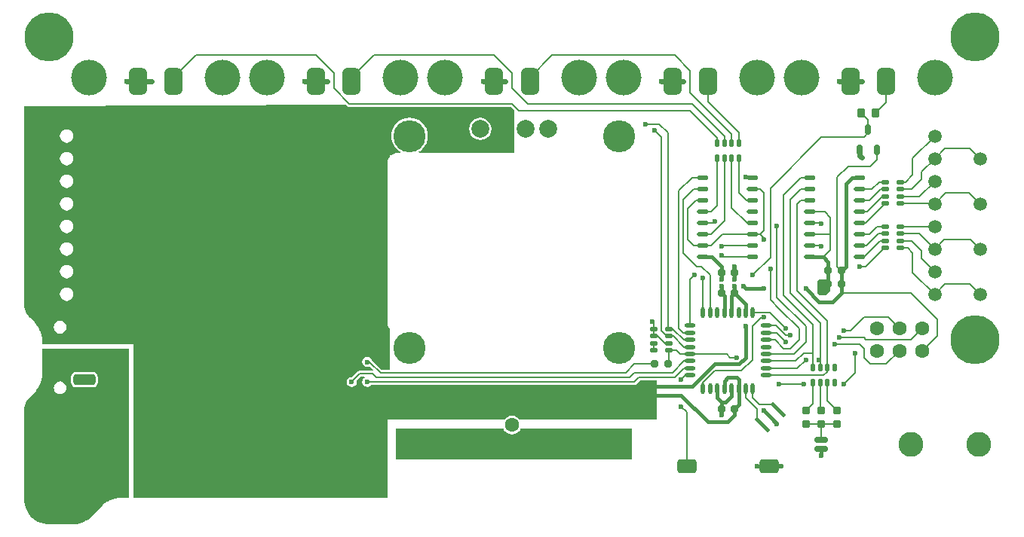
<source format=gtl>
G04*
G04 #@! TF.GenerationSoftware,Altium Limited,Altium Designer,18.0.7 (293)*
G04*
G04 Layer_Physical_Order=1*
G04 Layer_Color=255*
%FSLAX25Y25*%
%MOIN*%
G70*
G01*
G75*
%ADD11C,0.01575*%
%ADD12C,0.00591*%
%ADD15C,0.00787*%
G04:AMPARAMS|DCode=20|XSize=23.62mil|YSize=45.28mil|CornerRadius=5.91mil|HoleSize=0mil|Usage=FLASHONLY|Rotation=180.000|XOffset=0mil|YOffset=0mil|HoleType=Round|Shape=RoundedRectangle|*
%AMROUNDEDRECTD20*
21,1,0.02362,0.03347,0,0,180.0*
21,1,0.01181,0.04528,0,0,180.0*
1,1,0.01181,-0.00591,0.01673*
1,1,0.01181,0.00591,0.01673*
1,1,0.01181,0.00591,-0.01673*
1,1,0.01181,-0.00591,-0.01673*
%
%ADD20ROUNDEDRECTD20*%
G04:AMPARAMS|DCode=21|XSize=118.11mil|YSize=78.74mil|CornerRadius=19.68mil|HoleSize=0mil|Usage=FLASHONLY|Rotation=270.000|XOffset=0mil|YOffset=0mil|HoleType=Round|Shape=RoundedRectangle|*
%AMROUNDEDRECTD21*
21,1,0.11811,0.03937,0,0,270.0*
21,1,0.07874,0.07874,0,0,270.0*
1,1,0.03937,-0.01968,-0.03937*
1,1,0.03937,-0.01968,0.03937*
1,1,0.03937,0.01968,0.03937*
1,1,0.03937,0.01968,-0.03937*
%
%ADD21ROUNDEDRECTD21*%
G04:AMPARAMS|DCode=22|XSize=31.5mil|YSize=31.5mil|CornerRadius=7.87mil|HoleSize=0mil|Usage=FLASHONLY|Rotation=270.000|XOffset=0mil|YOffset=0mil|HoleType=Round|Shape=RoundedRectangle|*
%AMROUNDEDRECTD22*
21,1,0.03150,0.01575,0,0,270.0*
21,1,0.01575,0.03150,0,0,270.0*
1,1,0.01575,-0.00787,-0.00787*
1,1,0.01575,-0.00787,0.00787*
1,1,0.01575,0.00787,0.00787*
1,1,0.01575,0.00787,-0.00787*
%
%ADD22ROUNDEDRECTD22*%
G04:AMPARAMS|DCode=23|XSize=47.24mil|YSize=98.43mil|CornerRadius=11.81mil|HoleSize=0mil|Usage=FLASHONLY|Rotation=270.000|XOffset=0mil|YOffset=0mil|HoleType=Round|Shape=RoundedRectangle|*
%AMROUNDEDRECTD23*
21,1,0.04724,0.07480,0,0,270.0*
21,1,0.02362,0.09843,0,0,270.0*
1,1,0.02362,-0.03740,-0.01181*
1,1,0.02362,-0.03740,0.01181*
1,1,0.02362,0.03740,0.01181*
1,1,0.02362,0.03740,-0.01181*
%
%ADD23ROUNDEDRECTD23*%
G04:AMPARAMS|DCode=24|XSize=86.61mil|YSize=62.99mil|CornerRadius=15.75mil|HoleSize=0mil|Usage=FLASHONLY|Rotation=0.000|XOffset=0mil|YOffset=0mil|HoleType=Round|Shape=RoundedRectangle|*
%AMROUNDEDRECTD24*
21,1,0.08661,0.03150,0,0,0.0*
21,1,0.05512,0.06299,0,0,0.0*
1,1,0.03150,0.02756,-0.01575*
1,1,0.03150,-0.02756,-0.01575*
1,1,0.03150,-0.02756,0.01575*
1,1,0.03150,0.02756,0.01575*
%
%ADD24ROUNDEDRECTD24*%
G04:AMPARAMS|DCode=25|XSize=17.72mil|YSize=35.43mil|CornerRadius=4.43mil|HoleSize=0mil|Usage=FLASHONLY|Rotation=0.000|XOffset=0mil|YOffset=0mil|HoleType=Round|Shape=RoundedRectangle|*
%AMROUNDEDRECTD25*
21,1,0.01772,0.02657,0,0,0.0*
21,1,0.00886,0.03543,0,0,0.0*
1,1,0.00886,0.00443,-0.01329*
1,1,0.00886,-0.00443,-0.01329*
1,1,0.00886,-0.00443,0.01329*
1,1,0.00886,0.00443,0.01329*
%
%ADD25ROUNDEDRECTD25*%
G04:AMPARAMS|DCode=26|XSize=31.5mil|YSize=31.5mil|CornerRadius=4.72mil|HoleSize=0mil|Usage=FLASHONLY|Rotation=0.000|XOffset=0mil|YOffset=0mil|HoleType=Round|Shape=RoundedRectangle|*
%AMROUNDEDRECTD26*
21,1,0.03150,0.02205,0,0,0.0*
21,1,0.02205,0.03150,0,0,0.0*
1,1,0.00945,0.01102,-0.01102*
1,1,0.00945,-0.01102,-0.01102*
1,1,0.00945,-0.01102,0.01102*
1,1,0.00945,0.01102,0.01102*
%
%ADD26ROUNDEDRECTD26*%
G04:AMPARAMS|DCode=27|XSize=17.72mil|YSize=35.43mil|CornerRadius=4.43mil|HoleSize=0mil|Usage=FLASHONLY|Rotation=270.000|XOffset=0mil|YOffset=0mil|HoleType=Round|Shape=RoundedRectangle|*
%AMROUNDEDRECTD27*
21,1,0.01772,0.02657,0,0,270.0*
21,1,0.00886,0.03543,0,0,270.0*
1,1,0.00886,-0.01329,-0.00443*
1,1,0.00886,-0.01329,0.00443*
1,1,0.00886,0.01329,0.00443*
1,1,0.00886,0.01329,-0.00443*
%
%ADD27ROUNDEDRECTD27*%
%ADD28O,0.05118X0.02284*%
%ADD29O,0.01968X0.04724*%
%ADD30O,0.04724X0.01968*%
G04:AMPARAMS|DCode=31|XSize=39.37mil|YSize=35.43mil|CornerRadius=8.86mil|HoleSize=0mil|Usage=FLASHONLY|Rotation=270.000|XOffset=0mil|YOffset=0mil|HoleType=Round|Shape=RoundedRectangle|*
%AMROUNDEDRECTD31*
21,1,0.03937,0.01772,0,0,270.0*
21,1,0.02165,0.03543,0,0,270.0*
1,1,0.01772,-0.00886,-0.01083*
1,1,0.01772,-0.00886,0.01083*
1,1,0.01772,0.00886,0.01083*
1,1,0.01772,0.00886,-0.01083*
%
%ADD31ROUNDEDRECTD31*%
G04:AMPARAMS|DCode=32|XSize=15.75mil|YSize=82.68mil|CornerRadius=0mil|HoleSize=0mil|Usage=FLASHONLY|Rotation=225.000|XOffset=0mil|YOffset=0mil|HoleType=Round|Shape=Rectangle|*
%AMROTATEDRECTD32*
4,1,4,-0.02366,0.03480,0.03480,-0.02366,0.02366,-0.03480,-0.03480,0.02366,-0.02366,0.03480,0.0*
%
%ADD32ROTATEDRECTD32*%

G04:AMPARAMS|DCode=33|XSize=27.56mil|YSize=59.06mil|CornerRadius=6.89mil|HoleSize=0mil|Usage=FLASHONLY|Rotation=270.000|XOffset=0mil|YOffset=0mil|HoleType=Round|Shape=RoundedRectangle|*
%AMROUNDEDRECTD33*
21,1,0.02756,0.04528,0,0,270.0*
21,1,0.01378,0.05906,0,0,270.0*
1,1,0.01378,-0.02264,-0.00689*
1,1,0.01378,-0.02264,0.00689*
1,1,0.01378,0.02264,0.00689*
1,1,0.01378,0.02264,-0.00689*
%
%ADD33ROUNDEDRECTD33*%
%ADD34C,0.06299*%
%ADD35C,0.11024*%
%ADD36C,0.15748*%
%ADD37C,0.07874*%
%ADD38C,0.14173*%
%ADD39C,0.02362*%
%ADD40C,0.21654*%
%ADD41C,0.05906*%
%ADD42C,0.02362*%
G36*
X143763Y186085D02*
X144186Y185803D01*
X144685Y185703D01*
X215995D01*
X217520Y184179D01*
Y165374D01*
X175451Y165374D01*
X175330Y165859D01*
X175766Y166092D01*
X176994Y167100D01*
X178003Y168329D01*
X178752Y169731D01*
X179214Y171253D01*
X179370Y172835D01*
X179214Y174417D01*
X178752Y175938D01*
X178003Y177340D01*
X176994Y178569D01*
X175766Y179578D01*
X174363Y180327D01*
X172842Y180789D01*
X171260Y180945D01*
X169678Y180789D01*
X168156Y180327D01*
X166754Y179578D01*
X165525Y178569D01*
X164517Y177340D01*
X163767Y175938D01*
X163306Y174417D01*
X163150Y172835D01*
X163306Y171253D01*
X163767Y169731D01*
X164517Y168329D01*
X165525Y167100D01*
X166754Y166092D01*
X167190Y165859D01*
X167068Y165374D01*
X166339D01*
X166339Y165374D01*
X165951Y165374D01*
X165854Y165354D01*
X165755D01*
X164994Y165203D01*
X164903Y165165D01*
X164806Y165146D01*
X164090Y164849D01*
X164007Y164794D01*
X163916Y164756D01*
X163338Y164370D01*
X162402D01*
Y163434D01*
X162015Y162856D01*
X161977Y162764D01*
X161923Y162682D01*
X161626Y161966D01*
X161606Y161869D01*
X161569Y161777D01*
X161417Y161017D01*
Y160918D01*
X161398Y160821D01*
X161398Y160433D01*
Y90551D01*
X161398Y90163D01*
X161417Y90066D01*
Y89968D01*
X161569Y89207D01*
X161606Y89116D01*
X161626Y89019D01*
X161923Y88302D01*
X161977Y88220D01*
X162015Y88129D01*
X162402Y87551D01*
Y69218D01*
X159005D01*
X154613Y73610D01*
X154599Y73680D01*
X154120Y74396D01*
X153404Y74874D01*
X152559Y75042D01*
X151714Y74874D01*
X150998Y74396D01*
X150519Y73680D01*
X150351Y72835D01*
X150519Y71990D01*
X150998Y71273D01*
X151714Y70795D01*
X152559Y70627D01*
X153404Y70795D01*
X153604Y70929D01*
X155194Y69339D01*
X154948Y68878D01*
X154848Y68898D01*
X149162D01*
X148663Y68798D01*
X148240Y68515D01*
X145869Y66144D01*
X145669Y66184D01*
X144824Y66016D01*
X144108Y65538D01*
X143630Y64821D01*
X143462Y63976D01*
X143630Y63131D01*
X144108Y62415D01*
X144824Y61937D01*
X145669Y61769D01*
X146514Y61937D01*
X147230Y62415D01*
X147709Y63131D01*
X147877Y63976D01*
X147796Y64382D01*
X149703Y66289D01*
X151222D01*
X151374Y65789D01*
X150998Y65538D01*
X150519Y64821D01*
X150351Y63976D01*
X150519Y63131D01*
X150998Y62415D01*
X151714Y61937D01*
X152559Y61769D01*
X153404Y61937D01*
X154120Y62415D01*
X154292Y62672D01*
X270669D01*
X271168Y62771D01*
X271592Y63054D01*
X273178Y64640D01*
X280512D01*
X280512Y47244D01*
X219934D01*
X219484Y47830D01*
X218620Y48493D01*
X217615Y48909D01*
X216535Y49051D01*
X215456Y48909D01*
X214451Y48493D01*
X213587Y47830D01*
X213137Y47244D01*
X161417D01*
Y12814D01*
X49213D01*
X49213Y80709D01*
X8878Y80709D01*
Y81614D01*
X8875Y81626D01*
X8877Y81639D01*
X8863Y82231D01*
X8854Y82268D01*
X8858Y82305D01*
X8742Y83484D01*
X8728Y83531D01*
Y83581D01*
X8496Y84743D01*
X8477Y84789D01*
X8472Y84838D01*
X8129Y85972D01*
X8105Y86016D01*
X8095Y86065D01*
X7642Y87159D01*
X7615Y87201D01*
X7600Y87248D01*
X7042Y88293D01*
X7010Y88331D01*
X6991Y88377D01*
X6333Y89362D01*
X6298Y89398D01*
X6274Y89442D01*
X5523Y90357D01*
X5494Y90381D01*
X5474Y90412D01*
X5065Y90842D01*
X5055Y90849D01*
X5048Y90859D01*
X3493Y92414D01*
X2901Y93006D01*
X1971Y94398D01*
X1330Y95946D01*
X1003Y97588D01*
Y98425D01*
X1003Y186027D01*
X143307Y186541D01*
X143763Y186085D01*
D02*
G37*
G36*
X356299Y109252D02*
X357283Y108268D01*
X357283Y104331D01*
X355315Y102362D01*
X352362D01*
X351378Y103347D01*
X351378Y108268D01*
X352362Y109252D01*
X356299Y109252D01*
D02*
G37*
G36*
X269685Y29528D02*
X165354D01*
Y43307D01*
X212713D01*
X212925Y42797D01*
X213587Y41934D01*
X214451Y41271D01*
X215456Y40854D01*
X216535Y40712D01*
X217615Y40854D01*
X218620Y41271D01*
X219484Y41934D01*
X220146Y42797D01*
X220358Y43307D01*
X269685D01*
Y29528D01*
D02*
G37*
G36*
X47244Y12814D02*
X44262D01*
X44250Y12812D01*
X44238Y12814D01*
X43658Y12800D01*
X43622Y12792D01*
X43584Y12795D01*
X42431Y12682D01*
X42383Y12667D01*
X42334D01*
X41197Y12441D01*
X41151Y12422D01*
X41101Y12417D01*
X39992Y12081D01*
X39948Y12057D01*
X39899Y12048D01*
X38829Y11604D01*
X38787Y11576D01*
X38739Y11562D01*
X37717Y11016D01*
X37679Y10984D01*
X37633Y10965D01*
X36669Y10321D01*
X36634Y10286D01*
X36590Y10262D01*
X35694Y9527D01*
X35670Y9498D01*
X35639Y9478D01*
X35219Y9078D01*
X35212Y9068D01*
X35201Y9061D01*
X30309Y4169D01*
X30309Y4169D01*
X29934Y3793D01*
X29113Y3120D01*
X28230Y2530D01*
X27293Y2029D01*
X26312Y1623D01*
X25296Y1315D01*
X24254Y1108D01*
X23198Y1003D01*
X11103D01*
X9698Y1188D01*
X8330Y1555D01*
X7021Y2097D01*
X5794Y2806D01*
X4670Y3668D01*
X3668Y4670D01*
X2806Y5794D01*
X2097Y7021D01*
X1555Y8330D01*
X1188Y9698D01*
X1003Y11103D01*
Y11811D01*
X1003Y51181D01*
Y52018D01*
X1330Y53661D01*
X1971Y55208D01*
X2901Y56600D01*
X3493Y57192D01*
X4647Y58346D01*
X5048Y58747D01*
X5055Y58757D01*
X5065Y58765D01*
X5474Y59194D01*
X5494Y59225D01*
X5523Y59249D01*
X6274Y60165D01*
X6298Y60209D01*
X6333Y60244D01*
X6991Y61229D01*
X7010Y61275D01*
X7042Y61313D01*
X7600Y62358D01*
X7615Y62406D01*
X7642Y62447D01*
X8095Y63542D01*
X8105Y63590D01*
X8129Y63634D01*
X8472Y64768D01*
X8477Y64817D01*
X8496Y64863D01*
X8728Y66025D01*
Y66075D01*
X8742Y66123D01*
X8858Y67301D01*
X8854Y67339D01*
X8863Y67375D01*
X8877Y67967D01*
X8875Y67980D01*
X8878Y67992D01*
Y78740D01*
X47244D01*
Y12814D01*
D02*
G37*
%LPC*%
G36*
X202520Y180948D02*
X201235Y180779D01*
X200038Y180283D01*
X199010Y179494D01*
X198221Y178466D01*
X197725Y177269D01*
X197556Y175984D01*
X197725Y174699D01*
X198221Y173502D01*
X199010Y172474D01*
X200038Y171686D01*
X201235Y171190D01*
X202520Y171020D01*
X203804Y171190D01*
X205002Y171686D01*
X206030Y172474D01*
X206818Y173502D01*
X207314Y174699D01*
X207483Y175984D01*
X207314Y177269D01*
X206818Y178466D01*
X206030Y179494D01*
X205002Y180283D01*
X203804Y180779D01*
X202520Y180948D01*
D02*
G37*
G36*
X19685Y175813D02*
X18904Y175710D01*
X18176Y175409D01*
X17551Y174929D01*
X17071Y174304D01*
X16770Y173576D01*
X16667Y172795D01*
X16770Y172014D01*
X17071Y171286D01*
X17551Y170661D01*
X18176Y170182D01*
X18904Y169880D01*
X19685Y169777D01*
X20466Y169880D01*
X21194Y170182D01*
X21819Y170661D01*
X22299Y171286D01*
X22600Y172014D01*
X22703Y172795D01*
X22600Y173576D01*
X22299Y174304D01*
X21819Y174929D01*
X21194Y175409D01*
X20466Y175710D01*
X19685Y175813D01*
D02*
G37*
G36*
Y165813D02*
X18904Y165710D01*
X18176Y165409D01*
X17551Y164929D01*
X17071Y164304D01*
X16770Y163576D01*
X16667Y162795D01*
X16770Y162014D01*
X17071Y161286D01*
X17551Y160661D01*
X18176Y160182D01*
X18904Y159880D01*
X19685Y159777D01*
X20466Y159880D01*
X21194Y160182D01*
X21819Y160661D01*
X22299Y161286D01*
X22600Y162014D01*
X22703Y162795D01*
X22600Y163576D01*
X22299Y164304D01*
X21819Y164929D01*
X21194Y165409D01*
X20466Y165710D01*
X19685Y165813D01*
D02*
G37*
G36*
Y155813D02*
X18904Y155710D01*
X18176Y155409D01*
X17551Y154929D01*
X17071Y154304D01*
X16770Y153576D01*
X16667Y152795D01*
X16770Y152014D01*
X17071Y151286D01*
X17551Y150661D01*
X18176Y150182D01*
X18904Y149880D01*
X19685Y149777D01*
X20466Y149880D01*
X21194Y150182D01*
X21819Y150661D01*
X22299Y151286D01*
X22600Y152014D01*
X22703Y152795D01*
X22600Y153576D01*
X22299Y154304D01*
X21819Y154929D01*
X21194Y155409D01*
X20466Y155710D01*
X19685Y155813D01*
D02*
G37*
G36*
Y145813D02*
X18904Y145710D01*
X18176Y145409D01*
X17551Y144929D01*
X17071Y144304D01*
X16770Y143576D01*
X16667Y142795D01*
X16770Y142014D01*
X17071Y141286D01*
X17551Y140661D01*
X18176Y140182D01*
X18904Y139880D01*
X19685Y139777D01*
X20466Y139880D01*
X21194Y140182D01*
X21819Y140661D01*
X22299Y141286D01*
X22600Y142014D01*
X22703Y142795D01*
X22600Y143576D01*
X22299Y144304D01*
X21819Y144929D01*
X21194Y145409D01*
X20466Y145710D01*
X19685Y145813D01*
D02*
G37*
G36*
Y135813D02*
X18904Y135710D01*
X18176Y135409D01*
X17551Y134929D01*
X17071Y134304D01*
X16770Y133576D01*
X16667Y132795D01*
X16770Y132014D01*
X17071Y131286D01*
X17551Y130661D01*
X18176Y130182D01*
X18904Y129880D01*
X19685Y129777D01*
X20466Y129880D01*
X21194Y130182D01*
X21819Y130661D01*
X22299Y131286D01*
X22600Y132014D01*
X22703Y132795D01*
X22600Y133576D01*
X22299Y134304D01*
X21819Y134929D01*
X21194Y135409D01*
X20466Y135710D01*
X19685Y135813D01*
D02*
G37*
G36*
Y125813D02*
X18904Y125710D01*
X18176Y125409D01*
X17551Y124929D01*
X17071Y124304D01*
X16770Y123576D01*
X16667Y122795D01*
X16770Y122014D01*
X17071Y121286D01*
X17551Y120661D01*
X18176Y120182D01*
X18904Y119880D01*
X19685Y119777D01*
X20466Y119880D01*
X21194Y120182D01*
X21819Y120661D01*
X22299Y121286D01*
X22600Y122014D01*
X22703Y122795D01*
X22600Y123576D01*
X22299Y124304D01*
X21819Y124929D01*
X21194Y125409D01*
X20466Y125710D01*
X19685Y125813D01*
D02*
G37*
G36*
Y115813D02*
X18904Y115710D01*
X18176Y115409D01*
X17551Y114929D01*
X17071Y114304D01*
X16770Y113576D01*
X16667Y112795D01*
X16770Y112014D01*
X17071Y111286D01*
X17551Y110661D01*
X18176Y110182D01*
X18904Y109880D01*
X19685Y109777D01*
X20466Y109880D01*
X21194Y110182D01*
X21819Y110661D01*
X22299Y111286D01*
X22600Y112014D01*
X22703Y112795D01*
X22600Y113576D01*
X22299Y114304D01*
X21819Y114929D01*
X21194Y115409D01*
X20466Y115710D01*
X19685Y115813D01*
D02*
G37*
G36*
Y105813D02*
X18904Y105710D01*
X18176Y105409D01*
X17551Y104929D01*
X17071Y104304D01*
X16770Y103576D01*
X16667Y102795D01*
X16770Y102014D01*
X17071Y101286D01*
X17551Y100661D01*
X18176Y100182D01*
X18904Y99880D01*
X19685Y99777D01*
X20466Y99880D01*
X21194Y100182D01*
X21819Y100661D01*
X22299Y101286D01*
X22600Y102014D01*
X22703Y102795D01*
X22600Y103576D01*
X22299Y104304D01*
X21819Y104929D01*
X21194Y105409D01*
X20466Y105710D01*
X19685Y105813D01*
D02*
G37*
G36*
X16732Y90969D02*
X16013Y90874D01*
X15342Y90596D01*
X14767Y90154D01*
X14325Y89579D01*
X14047Y88908D01*
X13953Y88189D01*
X14047Y87470D01*
X14325Y86799D01*
X14767Y86224D01*
X15342Y85782D01*
X16013Y85504D01*
X16732Y85409D01*
X17452Y85504D01*
X18122Y85782D01*
X18698Y86224D01*
X19139Y86799D01*
X19417Y87470D01*
X19512Y88189D01*
X19417Y88908D01*
X19139Y89579D01*
X18698Y90154D01*
X18122Y90596D01*
X17452Y90874D01*
X16732Y90969D01*
D02*
G37*
G36*
X31299Y68349D02*
X23819D01*
X22974Y68181D01*
X22258Y67703D01*
X21779Y66987D01*
X21611Y66142D01*
Y63779D01*
X21779Y62935D01*
X22258Y62218D01*
X22974Y61740D01*
X23819Y61572D01*
X31299D01*
X32144Y61740D01*
X32860Y62218D01*
X33339Y62935D01*
X33507Y63779D01*
Y66142D01*
X33339Y66987D01*
X32860Y67703D01*
X32144Y68181D01*
X31299Y68349D01*
D02*
G37*
G36*
X16732Y64197D02*
X16013Y64102D01*
X15342Y63825D01*
X14767Y63383D01*
X14325Y62807D01*
X14047Y62137D01*
X13953Y61417D01*
X14047Y60698D01*
X14325Y60027D01*
X14767Y59452D01*
X15342Y59010D01*
X16013Y58732D01*
X16732Y58638D01*
X17452Y58732D01*
X18122Y59010D01*
X18698Y59452D01*
X19139Y60027D01*
X19417Y60698D01*
X19512Y61417D01*
X19417Y62137D01*
X19139Y62807D01*
X18698Y63383D01*
X18122Y63825D01*
X17452Y64102D01*
X16732Y64197D01*
D02*
G37*
%LPD*%
D11*
X356299Y107283D02*
X356299Y107283D01*
Y113189D01*
X319882Y105315D02*
X327756D01*
X324803Y26575D02*
X330118D01*
X335630D01*
X335630Y26575D01*
X362205Y103347D02*
Y113189D01*
X364173Y151575D02*
X366909Y154311D01*
X364173Y115157D02*
Y151575D01*
X362205Y113189D02*
X364173Y115157D01*
X366909Y154311D02*
X370276D01*
X291339Y58071D02*
X303150Y46260D01*
X271654Y58071D02*
X291339D01*
X330709Y48228D02*
X333661Y45276D01*
X327756Y51181D02*
X330709Y48228D01*
X353346Y31496D02*
Y34449D01*
X309055Y49213D02*
Y52165D01*
X324803Y26575D02*
Y26575D01*
X356299Y113189D02*
X356299D01*
Y117126D01*
X354114Y119311D02*
X356299Y117126D01*
X348228Y119311D02*
X354114D01*
X309055Y55118D02*
X311024D01*
X313583Y57677D01*
Y61171D01*
X309055Y52165D02*
Y55118D01*
X307283Y56890D02*
X309055Y55118D01*
X307283Y56890D02*
Y61171D01*
X309055Y103346D02*
X310433Y101968D01*
Y94636D02*
Y101968D01*
X309055Y106299D02*
X309055Y106299D01*
Y103346D02*
Y106299D01*
X309055Y109252D02*
Y112205D01*
Y115157D01*
X304902Y119311D02*
X309055Y115157D01*
X300984Y119311D02*
X304902D01*
X275590Y62008D02*
X296260D01*
X271654D02*
X275590D01*
X296260D02*
X306102Y71850D01*
X316929D02*
X319882Y74803D01*
X306102Y71850D02*
X316929D01*
X319882Y74803D02*
Y88583D01*
X303150Y46260D02*
X312008D01*
X314961Y49213D01*
X346457Y105315D02*
X352362Y99410D01*
X358268D01*
X362205Y103347D01*
X314961Y49213D02*
Y52165D01*
X318898Y106299D02*
X319882Y105315D01*
X319882Y94636D02*
Y98425D01*
X314961Y103346D02*
X319882Y98425D01*
X314961Y109252D02*
X314961Y109252D01*
Y112205D01*
X314961Y106299D02*
X314961Y106299D01*
Y103346D02*
Y106299D01*
X314961Y52165D02*
X316732Y53937D01*
Y61171D01*
Y65157D01*
X315945Y65945D02*
X316732Y65157D01*
X312008Y65945D02*
X315945D01*
X310433Y64370D02*
X312008Y65945D01*
X310433Y61171D02*
Y64370D01*
X313583Y101969D02*
X314961Y103346D01*
X313583Y94636D02*
Y101969D01*
X314961Y112205D02*
X314961Y112205D01*
X314961Y112205D02*
Y115157D01*
X319882Y154528D02*
X322815D01*
X323031Y154311D01*
D12*
X129921Y208661D02*
X137795Y200787D01*
X76772Y208661D02*
X129921D01*
X66929Y198819D02*
X76772Y208661D01*
X208661D02*
X216535Y200787D01*
X155512Y208661D02*
X208661D01*
X145669Y198819D02*
X155512Y208661D01*
X295276Y191929D02*
Y201772D01*
X288386Y208661D02*
X295276Y201772D01*
X234252Y208661D02*
X288386D01*
X224410Y198819D02*
X234252Y208661D01*
X303150Y196850D02*
Y196850D01*
Y187992D02*
Y192913D01*
Y187992D02*
X316732Y174409D01*
X137795Y193898D02*
Y200787D01*
X330561Y94636D02*
X337598Y87598D01*
X337598D01*
X336614Y78740D02*
X339567D01*
X332726Y82628D02*
X336614Y78740D01*
X339567D02*
X343504Y82677D01*
Y87598D01*
X328740Y82628D02*
X332726D01*
X323031Y94636D02*
X330561D01*
X337598Y84646D02*
X339567D01*
X333317Y88927D02*
X337598Y84646D01*
X328740Y88927D02*
X333317D01*
X333514Y85777D02*
X337598Y81693D01*
X334646Y96457D02*
X343504Y87598D01*
X334646Y96457D02*
X334646D01*
X330709Y100394D02*
X334646Y96457D01*
X330709Y100394D02*
Y114173D01*
X327756Y126969D02*
Y127717D01*
X326161Y129311D02*
X327756Y127717D01*
X374016Y174213D02*
Y175689D01*
X372047Y172244D02*
X374016Y174213D01*
X353346Y172244D02*
X372047D01*
X330709Y149606D02*
X353346Y172244D01*
X330709Y119095D02*
Y149606D01*
X374016Y175689D02*
Y179921D01*
X370866Y183071D02*
X374016Y179921D01*
X357283Y129646D02*
Y136811D01*
Y122480D02*
Y129646D01*
X356949Y129311D02*
X357283Y129646D01*
X348228Y129311D02*
X356949D01*
X354114Y119311D02*
X357283Y122480D01*
X354784Y139311D02*
X357283Y136811D01*
X348228Y139311D02*
X354784D01*
X295276Y191929D02*
X313583Y173622D01*
X224410Y196850D02*
Y198819D01*
X145669Y196850D02*
Y198819D01*
X66929Y196850D02*
Y198819D01*
X345472Y76772D02*
X349606D01*
X341880Y73179D02*
X345472Y76772D01*
X328740Y73179D02*
X341880D01*
X333661Y101378D02*
X346457Y88583D01*
Y81693D02*
Y88583D01*
X341092Y76329D02*
X346457Y81693D01*
X328740Y76329D02*
X341092D01*
X333661Y101378D02*
Y132874D01*
X352756Y70276D02*
Y90158D01*
X349606Y76772D02*
Y89370D01*
X336614Y102362D02*
X349606Y89370D01*
X336614Y102362D02*
Y146653D01*
X339567Y103347D02*
X352756Y90158D01*
X339567Y103347D02*
Y144685D01*
X355906Y70276D02*
Y90945D01*
X342520Y104331D02*
X355906Y90945D01*
X342520Y104331D02*
Y142717D01*
X359252Y80709D02*
X370079D01*
X361221Y83661D02*
X372047D01*
X363189Y86614D02*
X366142D01*
X328740Y85777D02*
X333514D01*
X387717Y87677D02*
X387795D01*
X382874Y92520D02*
X387717Y87677D01*
X372047Y92520D02*
X382874D01*
X366142Y86614D02*
X372047Y92520D01*
X392795Y82677D02*
X397795Y87677D01*
X373031Y82677D02*
X392795D01*
X372047Y83661D02*
X373031Y82677D01*
X381968Y71850D02*
X387795Y77677D01*
X375000Y71850D02*
X381968D01*
X372047Y74803D02*
X375000Y71850D01*
X372047Y74803D02*
Y78740D01*
X370079Y80709D02*
X372047Y78740D01*
X368110Y67913D02*
Y76772D01*
X363189Y62992D02*
X368110Y67913D01*
X152559Y63976D02*
X270669D01*
X156496Y65945D02*
X268701D01*
X154848Y67593D02*
X156496Y65945D01*
X149162Y67593D02*
X154848D01*
X145669Y64100D02*
X149162Y67593D01*
X266732Y67913D02*
X270669Y71850D01*
X158465Y67913D02*
X266732D01*
X153543Y72835D02*
X158465Y67913D01*
X268701Y65945D02*
X270669Y67913D01*
X152559Y72835D02*
X153543D01*
X270669Y63976D02*
X272638Y65945D01*
X145669Y63976D02*
Y64100D01*
X292667Y73179D02*
X295276D01*
X287402Y67913D02*
X292667Y73179D01*
X270669Y67913D02*
X287402D01*
X288386Y65945D02*
X292470Y70029D01*
X272638Y65945D02*
X288386D01*
X292470Y70029D02*
X295276D01*
X270669Y71850D02*
X279528D01*
X295276Y184055D02*
X307283Y172047D01*
X219488Y184055D02*
X295276D01*
X216535Y187008D02*
X219488Y184055D01*
X279528Y175197D02*
X282480Y172244D01*
Y86614D02*
Y172244D01*
X281496Y178150D02*
X285433Y174213D01*
Y87795D02*
Y174213D01*
X290354Y148622D02*
X296043Y154311D01*
X290354Y87598D02*
Y148622D01*
X292323Y144685D02*
X296949Y149311D01*
X292323Y121063D02*
Y144685D01*
Y121063D02*
X298228Y115157D01*
X296043Y154311D02*
X300984D01*
X298228Y115157D02*
X300197D01*
X296949Y149311D02*
X300984D01*
X331485Y54134D02*
X334049Y51569D01*
X325787Y54134D02*
X331485D01*
X323031Y56890D02*
X325787Y54134D01*
X323031Y56890D02*
Y61171D01*
X324803Y47453D02*
X327368Y44888D01*
X324803Y47453D02*
Y52165D01*
X319882Y57087D02*
X324803Y52165D01*
X319882Y57087D02*
Y61171D01*
X322835Y73819D02*
Y88583D01*
X317913Y68898D02*
X322835Y73819D01*
X306102Y68898D02*
X317913D01*
X322835Y88583D02*
X326772Y92520D01*
X311467Y76329D02*
X312992Y74803D01*
X295276Y76329D02*
X311467D01*
X312992Y74803D02*
X315945D01*
X300984Y63780D02*
X306102Y68898D01*
X326772Y92520D02*
X327756D01*
X300984Y61171D02*
Y63780D01*
X322835Y111221D02*
X330709Y119095D01*
X326083Y149311D02*
X327756Y147638D01*
Y130905D02*
Y147638D01*
X326161Y129311D02*
X327756Y130905D01*
X144685Y187008D02*
X216535D01*
X137795Y193898D02*
X144685Y187008D01*
X216535Y193898D02*
Y200787D01*
Y193898D02*
X223425Y187008D01*
X296260Y187008D01*
X316732Y169685D02*
Y174409D01*
X284842Y84252D02*
X285827D01*
X282480Y86614D02*
X284842Y84252D01*
X354281Y66880D02*
X355906Y68504D01*
X328740Y66880D02*
X354281D01*
X334646Y62992D02*
X345472D01*
X285433Y71850D02*
X285827Y72244D01*
Y77953D01*
X289173D01*
X290797Y76329D01*
X295276D01*
X349606Y70276D02*
Y76772D01*
X342667Y70029D02*
X346457Y73819D01*
X328740Y70029D02*
X342667D01*
X355906Y68504D02*
Y70276D01*
X370079Y115157D02*
X373031D01*
Y115157D01*
X381102Y123228D01*
X381496D01*
X370276Y119311D02*
X372264D01*
X379330Y126377D01*
X381496D01*
X370276Y124311D02*
X373327D01*
X378543Y129527D01*
X381496D01*
X370276Y129311D02*
X374390D01*
X377755Y132676D01*
X381496D01*
X370276Y134311D02*
X372894D01*
X381496Y142913D01*
X370276Y139311D02*
X373563D01*
X380314Y146062D01*
X381496D01*
X370276Y144311D02*
X374626D01*
X379527Y149212D01*
X381496D01*
X370276Y149311D02*
X375689D01*
X378740Y152362D01*
X381496D01*
X393701Y112480D02*
X403386Y102795D01*
X393701Y112480D02*
Y121063D01*
X391536Y123228D02*
X393701Y121063D01*
X388189Y123228D02*
X391536D01*
X397638Y118543D02*
X403386Y112795D01*
X397638Y118543D02*
Y122047D01*
X393308Y126377D02*
X397638Y122047D01*
X388189Y126377D02*
X393308D01*
X396654Y129527D02*
X403386Y122795D01*
X388189Y129527D02*
X396654D01*
X397638Y157047D02*
X403386Y162795D01*
X397638Y153543D02*
Y157047D01*
X393306Y149212D02*
X397638Y153543D01*
X393701Y155512D02*
Y163110D01*
X390551Y152362D02*
X393701Y155512D01*
X388189Y152362D02*
X390551D01*
X393701Y163110D02*
X403386Y172795D01*
X388189Y149212D02*
X393306D01*
X396653Y146062D02*
X403386Y152795D01*
X388189Y146062D02*
X396653D01*
X403267Y132676D02*
X403386Y132795D01*
X388189Y132676D02*
X403267D01*
X403268Y142913D02*
X403386Y142795D01*
X388189Y142913D02*
X403268D01*
X403386Y162795D02*
X407913Y167323D01*
X418858D01*
X423386Y162795D01*
X403386Y142795D02*
X408228Y147638D01*
X418543D01*
X423386Y142795D01*
X403386Y122795D02*
X407559Y126969D01*
X419213D01*
X423386Y122795D01*
X403386Y102795D02*
X407874Y107283D01*
X418898D01*
X423386Y102795D01*
X275590Y178150D02*
X281496D01*
X353051Y124311D02*
X353346Y124016D01*
X348228Y124311D02*
X353051D01*
X336614Y146653D02*
X344272Y154311D01*
X348228D01*
X339567Y144685D02*
X344193Y149311D01*
X348228D01*
X342520Y142717D02*
X344114Y144311D01*
X348228D01*
X307283Y169685D02*
Y172047D01*
X296260Y187008D02*
X310433Y172835D01*
Y169685D02*
Y172835D01*
X313583Y169685D02*
Y173622D01*
X285433Y87795D02*
X285827Y87402D01*
Y84252D02*
X287795D01*
X292569Y79478D01*
X295276D01*
X285827Y87402D02*
X287598D01*
X292372Y82628D01*
X295276D01*
X323031Y129311D02*
X326161D01*
X323031Y149311D02*
X326083D01*
X309429Y129311D02*
X323031D01*
X304429Y124311D02*
X309429Y129311D01*
X300984Y124311D02*
X304429D01*
X292175Y85777D02*
X295276D01*
X290354Y87598D02*
X292175Y85777D01*
X304134Y94636D02*
Y111220D01*
X300197Y115157D02*
X304134Y111220D01*
X296949Y124311D02*
X300984D01*
X294291Y126969D02*
X296949Y124311D01*
X294291Y126969D02*
Y140748D01*
X297854Y144311D01*
X300984D01*
D15*
X305571Y134311D02*
X306102Y134843D01*
X300984Y134311D02*
X305571D01*
X293898Y26575D02*
Y50591D01*
X291339Y53150D02*
X293898Y50591D01*
X360236Y115157D02*
X362205Y113189D01*
X360236Y115157D02*
Y154528D01*
X365158Y159449D01*
X375000D01*
X377756Y162205D01*
Y166831D01*
X377165Y183071D02*
X381890Y187795D01*
Y196850D01*
X291339Y64961D02*
X293258Y66880D01*
X295276D01*
X404528Y84409D02*
Y91535D01*
X392717Y103347D02*
X404528Y91535D01*
X362205Y103347D02*
X392717D01*
X397795Y77677D02*
X404528Y84409D01*
X353346Y38386D02*
Y45276D01*
X278543Y90551D02*
X279134Y89961D01*
Y87402D02*
Y89961D01*
X353346Y45276D02*
X360236D01*
X346457D02*
X353346D01*
X355906Y55512D02*
X360236Y51181D01*
X355906Y55512D02*
Y63583D01*
X346457Y51181D02*
X349606Y54331D01*
Y63583D01*
X352756Y51772D02*
X353346Y51181D01*
X352756Y51772D02*
Y63583D01*
X279134Y77953D02*
Y81102D01*
Y84252D02*
Y87402D01*
Y84252D02*
X280906D01*
X284055Y81102D01*
X285827D01*
X352894Y134311D02*
X353346Y133858D01*
X348228Y134311D02*
X352894D01*
X295276Y88927D02*
Y109252D01*
X297244Y111221D01*
X300984Y94636D02*
Y110039D01*
X309055Y120079D02*
X309823Y119311D01*
X323031D01*
X309055Y124016D02*
X309350Y124311D01*
X323031D01*
X320256Y144311D02*
X323031D01*
X316732Y147835D02*
X320256Y144311D01*
X316732Y147835D02*
Y162992D01*
X320413Y134311D02*
X323031D01*
X313583Y141142D02*
X320413Y134311D01*
X313583Y141142D02*
Y162992D01*
X310433Y135236D02*
Y162992D01*
X304508Y129311D02*
X310433Y135236D01*
X300984Y129311D02*
X304508D01*
X300984Y139311D02*
X304665D01*
X307283Y141929D01*
Y162992D01*
D20*
X370276Y166831D02*
D03*
X377756D02*
D03*
X374016Y175689D02*
D03*
D21*
X366142Y196850D02*
D03*
X381890D02*
D03*
X287402D02*
D03*
X303150D02*
D03*
X208661D02*
D03*
X224410D02*
D03*
X129921D02*
D03*
X145669D02*
D03*
X51181D02*
D03*
X66929D02*
D03*
D22*
X356299Y107283D02*
D03*
X362205D02*
D03*
X356299Y113189D02*
D03*
X362205D02*
D03*
X285433Y71850D02*
D03*
X279528D02*
D03*
X309055Y52165D02*
D03*
X314961D02*
D03*
X309055Y112205D02*
D03*
X314961D02*
D03*
X309055Y103346D02*
D03*
X314961D02*
D03*
D23*
X27559Y64961D02*
D03*
Y84646D02*
D03*
Y74803D02*
D03*
D24*
X330118Y26575D02*
D03*
X293898D02*
D03*
D25*
X349606Y70276D02*
D03*
X352756D02*
D03*
X355906D02*
D03*
X359055D02*
D03*
Y63583D02*
D03*
X355906D02*
D03*
X352756D02*
D03*
X349606D02*
D03*
X307283Y162992D02*
D03*
X310433D02*
D03*
X313583D02*
D03*
X316732D02*
D03*
Y169685D02*
D03*
X313583D02*
D03*
X310433D02*
D03*
X307283D02*
D03*
D26*
X360236Y45276D02*
D03*
Y51181D02*
D03*
X353346Y45276D02*
D03*
Y51181D02*
D03*
X346457Y45276D02*
D03*
Y51181D02*
D03*
D27*
X388189Y152362D02*
D03*
Y149212D02*
D03*
Y146062D02*
D03*
Y142913D02*
D03*
X381496D02*
D03*
Y146062D02*
D03*
Y149212D02*
D03*
Y152362D02*
D03*
X388189Y132676D02*
D03*
Y129527D02*
D03*
Y126377D02*
D03*
Y123228D02*
D03*
X381496D02*
D03*
Y126377D02*
D03*
Y129527D02*
D03*
Y132676D02*
D03*
X285827Y77953D02*
D03*
Y81102D02*
D03*
Y84252D02*
D03*
Y87402D02*
D03*
X279134D02*
D03*
Y84252D02*
D03*
Y81102D02*
D03*
Y77953D02*
D03*
D28*
X370276Y154311D02*
D03*
Y149311D02*
D03*
Y144311D02*
D03*
Y139311D02*
D03*
Y119311D02*
D03*
Y124311D02*
D03*
Y129311D02*
D03*
Y134311D02*
D03*
X348228D02*
D03*
Y129311D02*
D03*
Y124311D02*
D03*
Y119311D02*
D03*
Y139311D02*
D03*
Y144311D02*
D03*
Y149311D02*
D03*
Y154311D02*
D03*
X300984Y154311D02*
D03*
Y149311D02*
D03*
Y144311D02*
D03*
Y139311D02*
D03*
Y119311D02*
D03*
Y124311D02*
D03*
Y129311D02*
D03*
Y134311D02*
D03*
X323031D02*
D03*
Y129311D02*
D03*
Y124311D02*
D03*
Y119311D02*
D03*
Y139311D02*
D03*
Y144311D02*
D03*
Y149311D02*
D03*
Y154311D02*
D03*
D29*
X300984Y61171D02*
D03*
X304134D02*
D03*
X307283D02*
D03*
X310433D02*
D03*
X313583D02*
D03*
X316732D02*
D03*
X319882D02*
D03*
X323031D02*
D03*
Y94636D02*
D03*
X319882D02*
D03*
X316732D02*
D03*
X313583D02*
D03*
X310433D02*
D03*
X307283D02*
D03*
X304134D02*
D03*
X300984D02*
D03*
D30*
X328740Y66880D02*
D03*
Y70029D02*
D03*
Y73179D02*
D03*
Y76329D02*
D03*
Y79478D02*
D03*
Y82628D02*
D03*
Y85777D02*
D03*
Y88927D02*
D03*
X295276D02*
D03*
Y85777D02*
D03*
Y82628D02*
D03*
Y79478D02*
D03*
Y76329D02*
D03*
Y73179D02*
D03*
Y70029D02*
D03*
Y66880D02*
D03*
D31*
X377165Y183071D02*
D03*
X370866D02*
D03*
D32*
X327368Y44888D02*
D03*
X330709Y48228D02*
D03*
X334049Y51569D02*
D03*
D33*
X353346Y38386D02*
D03*
Y34449D02*
D03*
D34*
X216535Y54882D02*
D03*
Y44882D02*
D03*
X397795Y87677D02*
D03*
Y77677D02*
D03*
X387795D02*
D03*
Y87677D02*
D03*
X377795D02*
D03*
Y77677D02*
D03*
D35*
X422776Y36417D02*
D03*
X392776D02*
D03*
X230768D02*
D03*
X260768D02*
D03*
X202303D02*
D03*
X172303D02*
D03*
X10295D02*
D03*
X40295D02*
D03*
D36*
X344488Y198819D02*
D03*
X403543D02*
D03*
X265748D02*
D03*
X324803D02*
D03*
X187008D02*
D03*
X246063D02*
D03*
X108268D02*
D03*
X167323D02*
D03*
X29528D02*
D03*
X88583D02*
D03*
D37*
X232520Y175984D02*
D03*
X222520D02*
D03*
X202520D02*
D03*
X212520D02*
D03*
D38*
X171260Y172835D02*
D03*
X263779D02*
D03*
Y79134D02*
D03*
X171260D02*
D03*
D39*
X370276Y164173D02*
X371063Y163386D01*
X370276Y164173D02*
Y166831D01*
X361221Y196850D02*
X361221Y196850D01*
X366142D01*
X282480Y196850D02*
X282480Y196850D01*
X287402D01*
X203740Y196850D02*
X203740Y196850D01*
X208661D01*
X125000Y196850D02*
X125000Y196850D01*
X129921D01*
X46260Y196850D02*
X46260Y196850D01*
X51181D01*
X371063D02*
X371063Y196850D01*
X366142Y196850D02*
X371063D01*
X287402Y196850D02*
X292323D01*
X287402Y196850D02*
X287402Y196850D01*
X208661Y196850D02*
X208661Y196850D01*
X213583D01*
X134843Y196850D02*
X134843Y196850D01*
X129921Y196850D02*
X134843D01*
X57087D02*
X57087Y196850D01*
X51181Y196850D02*
X57087D01*
D40*
X421260Y82677D02*
D03*
Y216535D02*
D03*
X11811D02*
D03*
D41*
X9685Y102795D02*
D03*
Y122795D02*
D03*
Y142795D02*
D03*
Y162795D02*
D03*
X29685Y102795D02*
D03*
X9685Y112795D02*
D03*
X29685Y122795D02*
D03*
X9685Y132795D02*
D03*
X29685Y142795D02*
D03*
X9685Y152795D02*
D03*
X29685Y162795D02*
D03*
X9685Y172795D02*
D03*
X403386Y102795D02*
D03*
Y122795D02*
D03*
Y142795D02*
D03*
Y162795D02*
D03*
X423386Y102795D02*
D03*
X403386Y112795D02*
D03*
X423386Y122795D02*
D03*
X403386Y132795D02*
D03*
X423386Y142795D02*
D03*
X403386Y152795D02*
D03*
X423386Y162795D02*
D03*
X403386Y172795D02*
D03*
D42*
X353346Y104331D02*
D03*
Y107283D02*
D03*
X337598Y87598D02*
D03*
Y81693D02*
D03*
X339567Y84646D02*
D03*
X327756Y105315D02*
D03*
X330709Y114173D02*
D03*
X327756Y126969D02*
D03*
X306102Y134843D02*
D03*
X335630Y26575D02*
D03*
X371063Y163386D02*
D03*
X291339Y53150D02*
D03*
Y64961D02*
D03*
X361221Y196850D02*
D03*
X282480D02*
D03*
X203740D02*
D03*
X125000D02*
D03*
X46260D02*
D03*
X371063D02*
D03*
X292323D02*
D03*
X213583D02*
D03*
X134843D02*
D03*
X57087D02*
D03*
X333661Y45276D02*
D03*
X327756Y51181D02*
D03*
X353346Y31496D02*
D03*
X309055Y49213D02*
D03*
X324803Y26575D02*
D03*
X309055Y106299D02*
D03*
Y109252D02*
D03*
X359252Y80709D02*
D03*
X361221Y83661D02*
D03*
X363189Y86614D02*
D03*
X368110Y76772D02*
D03*
X275590Y62008D02*
D03*
X278543Y90551D02*
D03*
X152559Y63976D02*
D03*
Y72835D02*
D03*
X145669Y63976D02*
D03*
X315945Y74803D02*
D03*
X327756Y92520D02*
D03*
X322835Y111221D02*
D03*
X319882Y88583D02*
D03*
X318898Y106299D02*
D03*
X346457Y105315D02*
D03*
X363189Y62992D02*
D03*
X345472D02*
D03*
X334646D02*
D03*
X352362Y73819D02*
D03*
X346457D02*
D03*
X275590Y178150D02*
D03*
X279528Y175197D02*
D03*
X370079Y115157D02*
D03*
X353346Y124016D02*
D03*
X333661Y132874D02*
D03*
X353346Y133858D02*
D03*
X297244Y111221D02*
D03*
X300984Y110039D02*
D03*
X309055Y120079D02*
D03*
Y124016D02*
D03*
X314961Y109252D02*
D03*
Y106299D02*
D03*
Y115157D02*
D03*
X319882Y154528D02*
D03*
M02*

</source>
